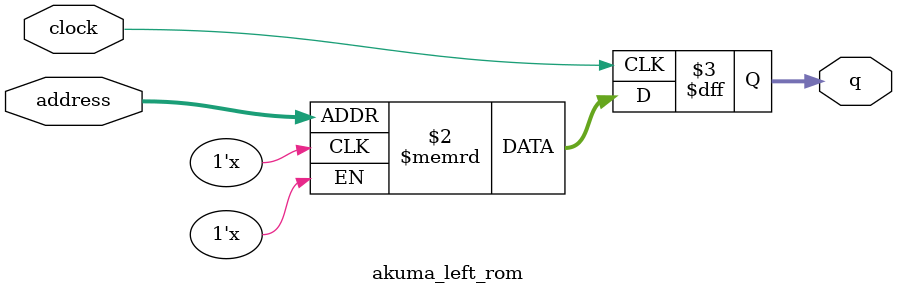
<source format=sv>
module akuma_left_rom (
	input logic clock,
	input logic [13:0] address,
	output logic [3:0] q
);

logic [3:0] memory [0:8519] /* synthesis ram_init_file = "./akuma_left/akuma_left.mif" */;

always_ff @ (posedge clock) begin
	q <= memory[address];
end

endmodule

</source>
